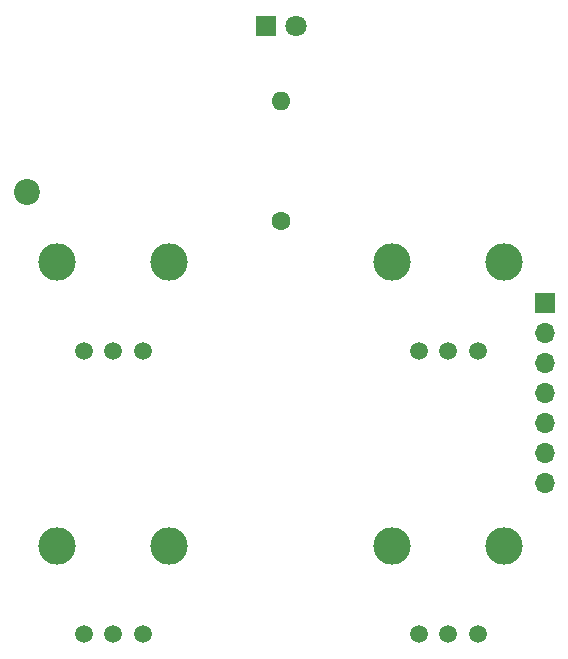
<source format=gts>
G04 #@! TF.GenerationSoftware,KiCad,Pcbnew,(6.0.11)*
G04 #@! TF.CreationDate,2023-07-08T12:32:02+02:00*
G04 #@! TF.ProjectId,IO Board,494f2042-6f61-4726-942e-6b696361645f,rev?*
G04 #@! TF.SameCoordinates,Original*
G04 #@! TF.FileFunction,Soldermask,Top*
G04 #@! TF.FilePolarity,Negative*
%FSLAX46Y46*%
G04 Gerber Fmt 4.6, Leading zero omitted, Abs format (unit mm)*
G04 Created by KiCad (PCBNEW (6.0.11)) date 2023-07-08 12:32:02*
%MOMM*%
%LPD*%
G01*
G04 APERTURE LIST*
%ADD10R,1.800000X1.800000*%
%ADD11C,1.800000*%
%ADD12C,1.500000*%
%ADD13C,3.164000*%
%ADD14C,1.600000*%
%ADD15O,1.600000X1.600000*%
%ADD16C,2.200000*%
%ADD17R,1.700000X1.700000*%
%ADD18O,1.700000X1.700000*%
G04 APERTURE END LIST*
D10*
X214376000Y-58216800D03*
D11*
X216916000Y-58216800D03*
D12*
X227316383Y-85723005D03*
X229816383Y-85723005D03*
X232316383Y-85723005D03*
D13*
X225066383Y-78223005D03*
X234566383Y-78223005D03*
D12*
X198954916Y-109716108D03*
X201454916Y-109716108D03*
X203954916Y-109716108D03*
D13*
X196704916Y-102216108D03*
X206204916Y-102216108D03*
D12*
X227321612Y-109725162D03*
X229821612Y-109725162D03*
X232321612Y-109725162D03*
D13*
X225071612Y-102225162D03*
X234571612Y-102225162D03*
D12*
X198948140Y-85720462D03*
X201448140Y-85720462D03*
X203948140Y-85720462D03*
D13*
X196698140Y-78220462D03*
X206198140Y-78220462D03*
D14*
X215686347Y-74727791D03*
D15*
X215686347Y-64567791D03*
D16*
X194111376Y-72269926D03*
D17*
X237998000Y-81686400D03*
D18*
X237998000Y-84226400D03*
X237998000Y-86766400D03*
X237998000Y-89306400D03*
X237998000Y-91846400D03*
X237998000Y-94386400D03*
X237998000Y-96926400D03*
M02*

</source>
